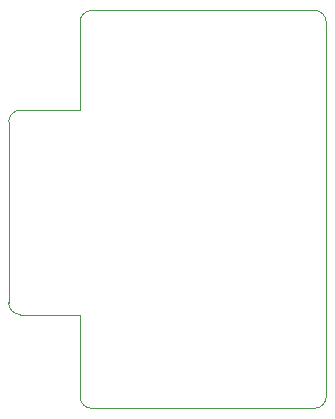
<source format=gbr>
%TF.GenerationSoftware,Altium Limited,Altium Designer,25.5.2 (35)*%
G04 Layer_Color=16711935*
%FSLAX45Y45*%
%MOMM*%
%TF.SameCoordinates,F9D1B48F-3E51-4A7C-A873-13CCE31A6061*%
%TF.FilePolarity,Positive*%
%TF.FileFunction,Keep-out,Top*%
%TF.Part,Single*%
G01*
G75*
%TA.AperFunction,NonConductor*%
%ADD27C,0.10000*%
D27*
X2589416Y79966D02*
G03*
X2689416Y179966I0J100000D01*
G01*
X2689365Y3350440D02*
G03*
X2589365Y3450440I-100000J0D01*
G01*
X605000Y180000D02*
G03*
X705000Y80000I100000J0D01*
G01*
X705003Y3450000D02*
G03*
X605003Y3350000I0J-100000D01*
G01*
X0Y975000D02*
G03*
X100000Y875000I100000J0D01*
G01*
Y2605000D02*
G03*
X0Y2505000I0J-100000D01*
G01*
X2689998Y179966D02*
Y3349808D01*
X705000Y80000D02*
X2589416D01*
X705003Y3450000D02*
X2589806D01*
X604999Y180000D02*
Y875000D01*
Y2605000D02*
Y3350000D01*
X100000Y2605000D02*
X604999D01*
X100000Y875000D02*
X604999D01*
X0Y975000D02*
Y2505000D01*
%TF.MD5,1e47f39351fec080517b740fb8fd77d9*%
M02*

</source>
